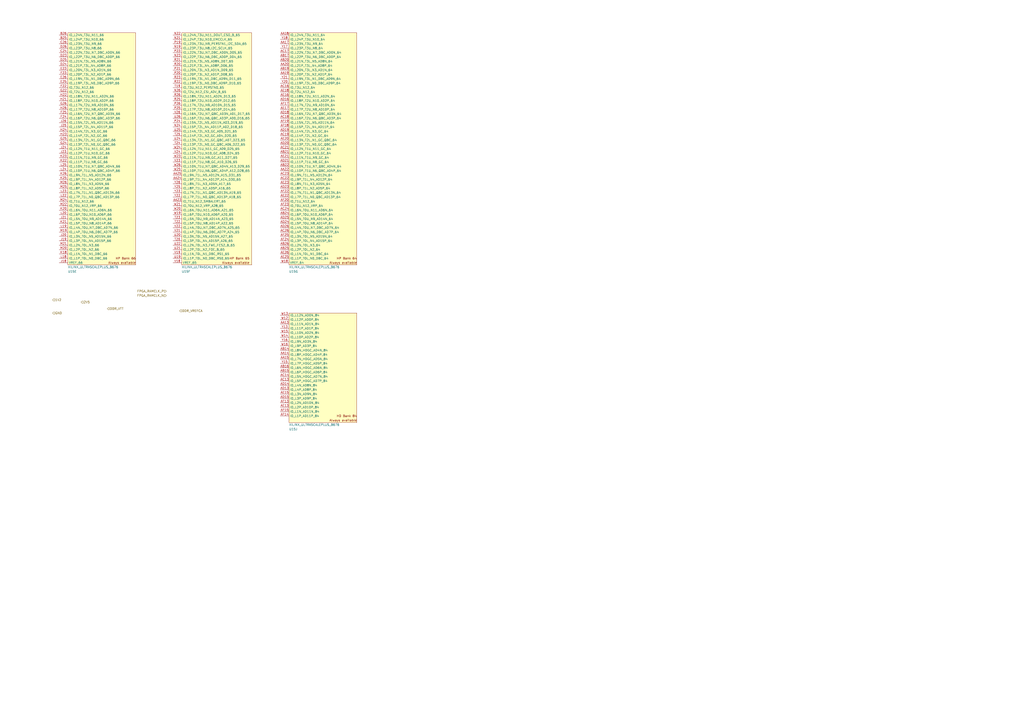
<source format=kicad_sch>
(kicad_sch (version 20211123) (generator eeschema)
  (paper "A2")
  (hierarchical_label "DDR_VTT" (shape input) (at 62.23 179.07 0))
  (hierarchical_label "1V2" (shape input) (at 30.48 173.99 0))
  (hierarchical_label "FPGA_RAMCLK_P" (shape input) (at 96.52 168.91 180))
  (hierarchical_label "FPGA_RAMCLK_N" (shape input) (at 96.52 171.45 180))
  (hierarchical_label "DDR_VREFCA" (shape input) (at 104.14 180.34 0))
  (hierarchical_label "2V5" (shape input) (at 46.99 175.26 0))
  (hierarchical_label "GND" (shape input) (at 30.48 181.61 0))
  (symbol (lib_id "xilinx-azonenberg:XILINX_ULTRASCALEPLUS_B676") (at 167.64 245.11 0) (unit 10)
    (property "Reference" "U15" (at 167.64 248.92 0) (effects (justify left)))
    (property "Value" "XILINX_ULTRASCALEPLUS_B676" (at 167.64 246.38 0) (effects (justify left)))
  )
  (symbol (lib_id "xilinx-azonenberg:XILINX_ULTRASCALEPLUS_B676") (at 39.37 153.67 0) (unit 5)
    (property "Reference" "U15" (at 39.37 157.48 0) (effects (justify left)))
    (property "Value" "XILINX_ULTRASCALEPLUS_B676" (at 39.37 154.94 0) (effects (justify left)))
  )
  (symbol (lib_id "xilinx-azonenberg:XILINX_ULTRASCALEPLUS_B676") (at 105.41 153.67 0) (unit 6)
    (property "Reference" "U15" (at 105.41 157.48 0) (effects (justify left)))
    (property "Value" "XILINX_ULTRASCALEPLUS_B676" (at 105.41 154.94 0) (effects (justify left)))
  )
  (symbol (lib_id "xilinx-azonenberg:XILINX_ULTRASCALEPLUS_B676") (at 167.64 153.67 0) (unit 7)
    (property "Reference" "U15" (at 167.64 157.48 0) (effects (justify left)))
    (property "Value" "XILINX_ULTRASCALEPLUS_B676" (at 167.64 154.94 0) (effects (justify left)))
  )
)
</source>
